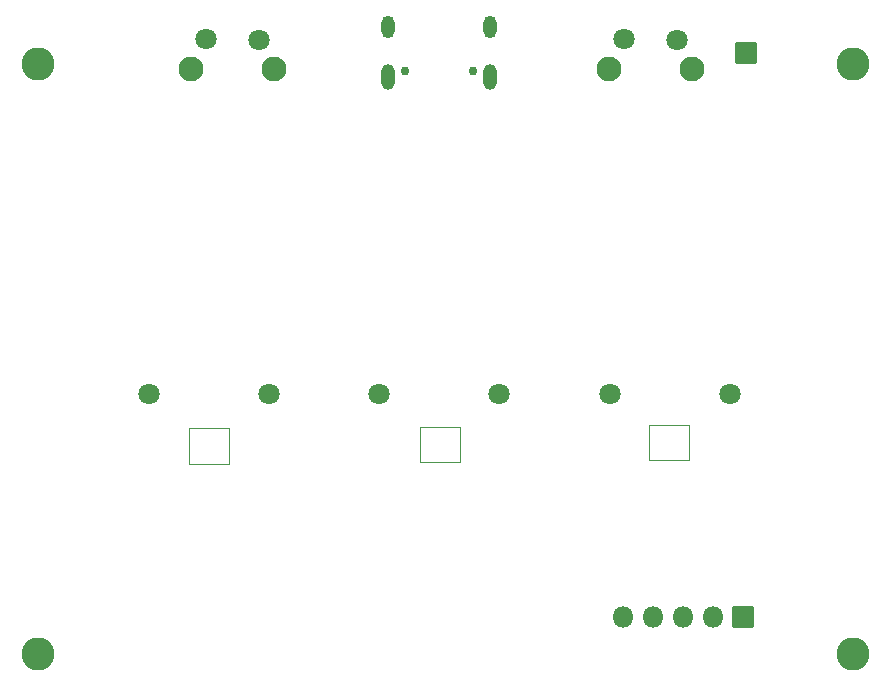
<source format=gbr>
G04 #@! TF.GenerationSoftware,KiCad,Pcbnew,(7.0.0-0)*
G04 #@! TF.CreationDate,2023-03-01T20:47:15-06:00*
G04 #@! TF.ProjectId,RP2040_minimal,52503230-3430-45f6-9d69-6e696d616c2e,REV1*
G04 #@! TF.SameCoordinates,Original*
G04 #@! TF.FileFunction,Soldermask,Top*
G04 #@! TF.FilePolarity,Negative*
%FSLAX46Y46*%
G04 Gerber Fmt 4.6, Leading zero omitted, Abs format (unit mm)*
G04 Created by KiCad (PCBNEW (7.0.0-0)) date 2023-03-01 20:47:15*
%MOMM*%
%LPD*%
G01*
G04 APERTURE LIST*
G04 Aperture macros list*
%AMRoundRect*
0 Rectangle with rounded corners*
0 $1 Rounding radius*
0 $2 $3 $4 $5 $6 $7 $8 $9 X,Y pos of 4 corners*
0 Add a 4 corners polygon primitive as box body*
4,1,4,$2,$3,$4,$5,$6,$7,$8,$9,$2,$3,0*
0 Add four circle primitives for the rounded corners*
1,1,$1+$1,$2,$3*
1,1,$1+$1,$4,$5*
1,1,$1+$1,$6,$7*
1,1,$1+$1,$8,$9*
0 Add four rect primitives between the rounded corners*
20,1,$1+$1,$2,$3,$4,$5,0*
20,1,$1+$1,$4,$5,$6,$7,0*
20,1,$1+$1,$6,$7,$8,$9,0*
20,1,$1+$1,$8,$9,$2,$3,0*%
G04 Aperture macros list end*
G04 #@! TA.AperFunction,Profile*
%ADD10C,0.120000*%
G04 #@! TD*
%ADD11C,1.802000*%
%ADD12C,2.102000*%
%ADD13C,2.802000*%
%ADD14RoundRect,0.051000X-0.850000X-0.850000X0.850000X-0.850000X0.850000X0.850000X-0.850000X0.850000X0*%
%ADD15RoundRect,0.051000X-0.850000X0.850000X-0.850000X-0.850000X0.850000X-0.850000X0.850000X0.850000X0*%
%ADD16O,1.802000X1.802000*%
%ADD17C,0.752000*%
%ADD18O,1.102000X1.902000*%
%ADD19O,1.102000X2.202000*%
G04 APERTURE END LIST*
D10*
X101730000Y-135745000D02*
X101730000Y-132745000D01*
X101730000Y-132745000D02*
X98330000Y-132745000D01*
X98330000Y-135745000D02*
X101730000Y-135745000D01*
X98330000Y-132745000D02*
X98330000Y-135745000D01*
X121180000Y-135580000D02*
X121180000Y-132580000D01*
X121180000Y-132580000D02*
X117780000Y-132580000D01*
X117780000Y-135580000D02*
X121180000Y-135580000D01*
X117780000Y-132580000D02*
X117780000Y-135580000D01*
X78780000Y-132875000D02*
X78780000Y-135875000D01*
X78780000Y-135875000D02*
X82180000Y-135875000D01*
X82180000Y-132875000D02*
X78780000Y-132875000D01*
X82180000Y-135875000D02*
X82180000Y-132875000D01*
D11*
X94920000Y-130000000D03*
X105080000Y-130000000D03*
X75420000Y-130000000D03*
X85580000Y-130000000D03*
X84708000Y-99990000D03*
X80218000Y-99940000D03*
D12*
X85968000Y-102480000D03*
X78958000Y-102480000D03*
D11*
X114420000Y-130000000D03*
X124580000Y-130000000D03*
D13*
X66000000Y-102000000D03*
X66000000Y-152000000D03*
D14*
X125984000Y-101092000D03*
D11*
X120138000Y-99990000D03*
X115648000Y-99940000D03*
D12*
X121398000Y-102480000D03*
X114388000Y-102480000D03*
D13*
X135000000Y-102000000D03*
D15*
X125700000Y-148869000D03*
D16*
X123159999Y-148868999D03*
X120619999Y-148868999D03*
X118079999Y-148868999D03*
X115539999Y-148868999D03*
D13*
X135000000Y-152000000D03*
D17*
X97110000Y-102605000D03*
X102890000Y-102605000D03*
D18*
X95679999Y-98924999D03*
D19*
X95679999Y-103104999D03*
D18*
X104319999Y-98924999D03*
D19*
X104319999Y-103104999D03*
M02*

</source>
